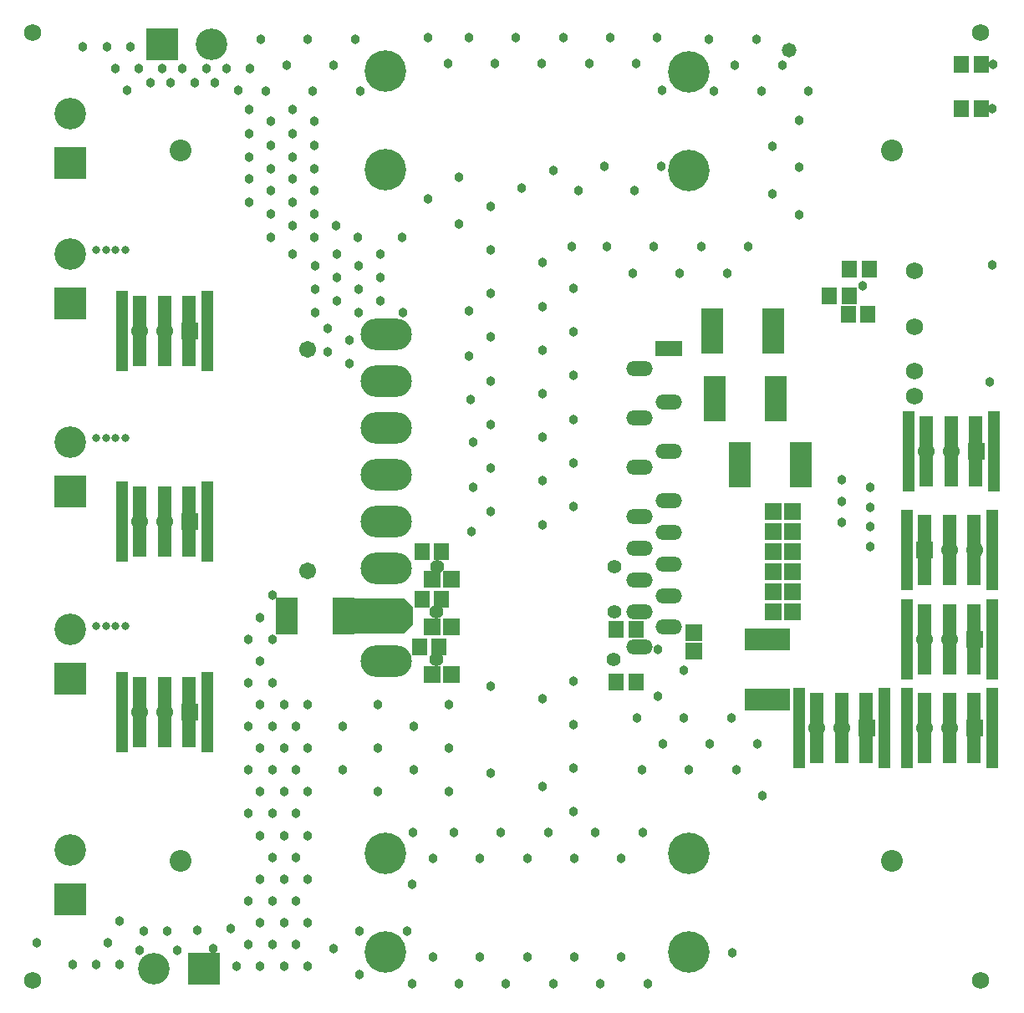
<source format=gbs>
G04 Layer_Color=16711935*
%FSLAX25Y25*%
%MOIN*%
G70*
G01*
G75*
%ADD58R,0.06706X0.07099*%
%ADD59R,0.06312X0.06706*%
%ADD60R,0.07099X0.06706*%
%ADD64R,0.08674X0.14776*%
%ADD66R,0.08871X0.17926*%
%ADD67R,0.12611X0.12611*%
%ADD68C,0.12611*%
%ADD69R,0.06706X0.06706*%
%ADD70C,0.06706*%
%ADD71R,0.12611X0.12611*%
%ADD72C,0.06800*%
%ADD73O,0.20485X0.12611*%
%ADD74O,0.10642X0.05918*%
%ADD75R,0.10642X0.05918*%
%ADD76C,0.05524*%
%ADD77C,0.16548*%
%ADD78C,0.08674*%
%ADD79C,0.03800*%
%ADD80C,0.03162*%
%ADD81C,0.05800*%
%ADD82R,0.05131X0.32296*%
%ADD83R,0.05682X0.28359*%
%ADD84R,0.17926X0.08871*%
G36*
X148181Y-225753D02*
X151381Y-228953D01*
X151381Y-236153D01*
X147781Y-239753D01*
X119781Y-239753D01*
Y-225753D01*
X148181Y-225753D01*
D02*
G37*
D58*
X166740Y-217953D02*
D03*
X159260D02*
D03*
X166740Y-236953D02*
D03*
X159260D02*
D03*
X166740Y-255953D02*
D03*
X159260D02*
D03*
X302740Y-190953D02*
D03*
X295260D02*
D03*
X302740Y-214953D02*
D03*
X295260D02*
D03*
X302740Y-198953D02*
D03*
X295260D02*
D03*
X302740Y-222953D02*
D03*
X295260D02*
D03*
X302740Y-206953D02*
D03*
X295260D02*
D03*
X302740Y-230953D02*
D03*
X295260D02*
D03*
D59*
X325063Y-112453D02*
D03*
X332937D02*
D03*
X325437Y-104953D02*
D03*
X317563D02*
D03*
X325563Y-94453D02*
D03*
X333437D02*
D03*
X378237Y-30453D02*
D03*
X370363D02*
D03*
X378237Y-12753D02*
D03*
X370363D02*
D03*
X240437Y-258953D02*
D03*
X232563D02*
D03*
X154063Y-244953D02*
D03*
X161937D02*
D03*
X155063Y-225953D02*
D03*
X162937D02*
D03*
X232563Y-237953D02*
D03*
X240437D02*
D03*
X155063Y-206953D02*
D03*
X162937D02*
D03*
D60*
X263500Y-246693D02*
D03*
Y-239213D02*
D03*
D64*
X123719Y-232753D02*
D03*
X101081D02*
D03*
D66*
X306106Y-172453D02*
D03*
X281894D02*
D03*
X271894Y-145953D02*
D03*
X296106D02*
D03*
X270894Y-118953D02*
D03*
X295106D02*
D03*
D67*
X15000Y-51842D02*
D03*
Y-345795D02*
D03*
Y-257795D02*
D03*
Y-182874D02*
D03*
Y-107953D02*
D03*
D68*
Y-32157D02*
D03*
Y-326110D02*
D03*
X48357Y-373453D02*
D03*
X15000Y-238110D02*
D03*
Y-163189D02*
D03*
Y-88268D02*
D03*
X71143Y-4753D02*
D03*
D69*
X62500Y-118953D02*
D03*
Y-194903D02*
D03*
Y-270853D02*
D03*
X332500Y-277453D02*
D03*
X375500Y-277453D02*
D03*
Y-241912D02*
D03*
X355500Y-206453D02*
D03*
X376100Y-166953D02*
D03*
D70*
X52500Y-118953D02*
D03*
X42500D02*
D03*
X52500Y-194903D02*
D03*
X42500D02*
D03*
X52500Y-270853D02*
D03*
X42500D02*
D03*
X312500Y-277453D02*
D03*
X322500D02*
D03*
X355500Y-277453D02*
D03*
X365500D02*
D03*
X355500Y-241912D02*
D03*
X365500D02*
D03*
X375500Y-206453D02*
D03*
X365500D02*
D03*
X109500Y-214753D02*
D03*
Y-126170D02*
D03*
X356100Y-166953D02*
D03*
X366100D02*
D03*
D71*
X68042Y-373453D02*
D03*
X51458Y-4753D02*
D03*
D72*
X351600Y-145012D02*
D03*
Y-135012D02*
D03*
Y-117453D02*
D03*
Y-95012D02*
D03*
X377953Y0D02*
D03*
X377953Y-377953D02*
D03*
X0Y0D02*
D03*
Y-377953D02*
D03*
D73*
X140957Y-250735D02*
D03*
Y-232113D02*
D03*
Y-213491D02*
D03*
Y-194869D02*
D03*
Y-176247D02*
D03*
Y-157624D02*
D03*
Y-139002D02*
D03*
Y-120380D02*
D03*
D74*
X253599Y-237132D02*
D03*
X241800Y-245006D02*
D03*
Y-230833D02*
D03*
Y-218235D02*
D03*
X253599Y-211935D02*
D03*
X241800Y-205636D02*
D03*
X253599Y-199337D02*
D03*
X241800Y-193038D02*
D03*
X253599Y-186739D02*
D03*
X241800Y-173353D02*
D03*
X253599Y-167053D02*
D03*
X241800Y-153668D02*
D03*
X253599Y-147369D02*
D03*
X241800Y-133983D02*
D03*
X253599Y-224534D02*
D03*
D75*
Y-126109D02*
D03*
D76*
X231653Y-249975D02*
D03*
X160787D02*
D03*
X231866Y-230953D02*
D03*
X161000D02*
D03*
X232000Y-212953D02*
D03*
X161134D02*
D03*
D77*
X140600Y-366753D02*
D03*
Y-327383D02*
D03*
X261600Y-366753D02*
D03*
Y-327383D02*
D03*
Y-54953D02*
D03*
Y-15583D02*
D03*
X140600Y-54753D02*
D03*
Y-15383D02*
D03*
D78*
X59035Y-46988D02*
D03*
X342500D02*
D03*
Y-330453D02*
D03*
X59035D02*
D03*
D79*
X322500Y-195453D02*
D03*
Y-186953D02*
D03*
Y-178453D02*
D03*
X334000Y-181453D02*
D03*
Y-189286D02*
D03*
Y-197119D02*
D03*
Y-204953D02*
D03*
X279000Y-366953D02*
D03*
X249200Y-245953D02*
D03*
Y-264753D02*
D03*
X259600Y-254353D02*
D03*
X288800Y-283553D02*
D03*
X290800Y-304353D02*
D03*
X278400Y-273153D02*
D03*
X259600D02*
D03*
X270000Y-283553D02*
D03*
X280400Y-293953D02*
D03*
X240800Y-273153D02*
D03*
X251200Y-283553D02*
D03*
X261600Y-293953D02*
D03*
X242800D02*
D03*
X276800Y-95853D02*
D03*
X20000Y-5553D02*
D03*
X32800Y-14253D02*
D03*
X29400Y-5553D02*
D03*
X38800D02*
D03*
X47000Y-19953D02*
D03*
X51600Y-14253D02*
D03*
X42200D02*
D03*
X37500Y-22953D02*
D03*
X64400Y-19953D02*
D03*
X69100Y-14253D02*
D03*
X59700D02*
D03*
X55000Y-19953D02*
D03*
X81900Y-22953D02*
D03*
X86600Y-14253D02*
D03*
X77200D02*
D03*
X72500Y-19953D02*
D03*
X117500Y-127353D02*
D03*
X126200Y-132053D02*
D03*
Y-122653D02*
D03*
X117500Y-117953D02*
D03*
X138700Y-88253D02*
D03*
Y-97653D02*
D03*
X147400Y-111753D02*
D03*
X138700Y-107053D02*
D03*
X147100Y-81753D02*
D03*
X129700D02*
D03*
X121000Y-77053D02*
D03*
X103700Y-88253D02*
D03*
X121100D02*
D03*
X112400Y-92953D02*
D03*
X129800D02*
D03*
X121100Y-97653D02*
D03*
X129800Y-102353D02*
D03*
Y-111753D02*
D03*
X121100Y-107053D02*
D03*
X112400Y-102353D02*
D03*
Y-111753D02*
D03*
X86200Y-58253D02*
D03*
X103600D02*
D03*
X94900Y-62953D02*
D03*
X112300D02*
D03*
X103600Y-67653D02*
D03*
X112300Y-72353D02*
D03*
Y-81753D02*
D03*
X103600Y-77053D02*
D03*
X94900Y-72353D02*
D03*
X86200Y-67653D02*
D03*
X94900Y-81753D02*
D03*
X86200Y-30753D02*
D03*
X103600D02*
D03*
X94900Y-35453D02*
D03*
X112300D02*
D03*
X103600Y-40153D02*
D03*
X112300Y-44853D02*
D03*
Y-54253D02*
D03*
X103600Y-49553D02*
D03*
X94900Y-44853D02*
D03*
X86200Y-40153D02*
D03*
X94900Y-54253D02*
D03*
X86200Y-49553D02*
D03*
X128400Y-2553D02*
D03*
X109600D02*
D03*
X120000Y-12953D02*
D03*
X130400Y-23353D02*
D03*
X90800Y-2553D02*
D03*
X101200Y-12953D02*
D03*
X111600Y-23353D02*
D03*
X92800D02*
D03*
X271600D02*
D03*
X290400D02*
D03*
X280000Y-12953D02*
D03*
X269600Y-2553D02*
D03*
X309200Y-23353D02*
D03*
X298800Y-12953D02*
D03*
X288400Y-2553D02*
D03*
X249000Y-2053D02*
D03*
X230200D02*
D03*
X240600Y-12453D02*
D03*
X251000Y-22853D02*
D03*
X211400Y-2053D02*
D03*
X221800Y-12453D02*
D03*
X192600Y-2053D02*
D03*
X203000Y-12453D02*
D03*
X173800Y-2053D02*
D03*
X184200Y-12453D02*
D03*
X157549Y-2053D02*
D03*
X165400Y-12453D02*
D03*
X295000Y-45353D02*
D03*
X305400Y-34953D02*
D03*
X295000Y-64153D02*
D03*
X305400Y-53753D02*
D03*
Y-72553D02*
D03*
X285200Y-85453D02*
D03*
X215000D02*
D03*
X266400D02*
D03*
X247600D02*
D03*
X258000Y-95853D02*
D03*
X228800Y-85453D02*
D03*
X239200Y-95853D02*
D03*
X203145Y-126607D02*
D03*
X215645Y-136807D02*
D03*
Y-171607D02*
D03*
Y-154207D02*
D03*
X203145Y-161407D02*
D03*
Y-144007D02*
D03*
Y-91807D02*
D03*
X215645Y-102007D02*
D03*
X203145Y-109207D02*
D03*
X215645Y-119407D02*
D03*
X203145Y-265807D02*
D03*
X215645Y-276007D02*
D03*
Y-310807D02*
D03*
Y-293407D02*
D03*
X203145Y-300607D02*
D03*
X215645Y-258607D02*
D03*
X203145Y-178807D02*
D03*
X215645Y-189007D02*
D03*
X203145Y-196207D02*
D03*
X159500Y-329383D02*
D03*
X151649Y-318983D02*
D03*
X178300Y-329383D02*
D03*
X167900Y-318983D02*
D03*
X197100Y-329383D02*
D03*
X186700Y-318983D02*
D03*
X215900Y-329383D02*
D03*
X205500Y-318983D02*
D03*
X234700Y-329383D02*
D03*
X224300Y-318983D02*
D03*
X243100D02*
D03*
X151100Y-339783D02*
D03*
Y-379153D02*
D03*
X234700Y-368753D02*
D03*
X245100Y-379153D02*
D03*
X215900Y-368753D02*
D03*
X226300Y-379153D02*
D03*
X197100Y-368753D02*
D03*
X207500Y-379153D02*
D03*
X178300Y-368753D02*
D03*
X188700Y-379153D02*
D03*
X149100Y-358353D02*
D03*
X159500Y-368753D02*
D03*
X169900Y-379153D02*
D03*
X130300Y-375753D02*
D03*
Y-358353D02*
D03*
X119900Y-365353D02*
D03*
X250400Y-53353D02*
D03*
X240000Y-62953D02*
D03*
X227900Y-53353D02*
D03*
X217500Y-62953D02*
D03*
X207500Y-54853D02*
D03*
X195000Y-62053D02*
D03*
X157500Y-66253D02*
D03*
X170000Y-57753D02*
D03*
X174000Y-128953D02*
D03*
X182500Y-121453D02*
D03*
X174000Y-110953D02*
D03*
X182500Y-69253D02*
D03*
Y-104053D02*
D03*
Y-86653D02*
D03*
X170000Y-76453D02*
D03*
X182500Y-191053D02*
D03*
X175500Y-181453D02*
D03*
X182500Y-138853D02*
D03*
Y-173653D02*
D03*
Y-156253D02*
D03*
X175500Y-163453D02*
D03*
X174550Y-146453D02*
D03*
X175000Y-198953D02*
D03*
X182500Y-260653D02*
D03*
Y-295453D02*
D03*
X165900Y-285353D02*
D03*
X151800Y-294053D02*
D03*
X165900Y-267953D02*
D03*
X151800Y-276653D02*
D03*
X165900Y-302753D02*
D03*
X137700Y-285353D02*
D03*
X123600Y-294053D02*
D03*
X137700Y-267953D02*
D03*
X123600Y-276653D02*
D03*
X137700Y-302753D02*
D03*
X1700Y-362953D02*
D03*
X25200Y-371653D02*
D03*
X15800D02*
D03*
X29900Y-362953D02*
D03*
X34600Y-371653D02*
D03*
Y-354253D02*
D03*
X42500Y-365953D02*
D03*
X44100Y-358453D02*
D03*
X53500D02*
D03*
X57500Y-365953D02*
D03*
X65500Y-357953D02*
D03*
X72000Y-365453D02*
D03*
X81300Y-372353D02*
D03*
X79000Y-357453D02*
D03*
X90700Y-372353D02*
D03*
X100100D02*
D03*
X109500D02*
D03*
X86000Y-363653D02*
D03*
Y-346253D02*
D03*
X90700Y-354953D02*
D03*
Y-337553D02*
D03*
X95400Y-346253D02*
D03*
X100100Y-337553D02*
D03*
X109500D02*
D03*
X104800Y-346253D02*
D03*
X100100Y-354953D02*
D03*
X95400Y-363653D02*
D03*
X109500Y-354953D02*
D03*
X104800Y-363653D02*
D03*
X86000Y-311453D02*
D03*
X90700Y-320153D02*
D03*
Y-302753D02*
D03*
X95400Y-311453D02*
D03*
X100100Y-302753D02*
D03*
X109500D02*
D03*
X104800Y-311453D02*
D03*
X100100Y-320153D02*
D03*
X95400Y-328853D02*
D03*
X109500Y-320153D02*
D03*
X104800Y-328853D02*
D03*
Y-294053D02*
D03*
X109500Y-285353D02*
D03*
X95400Y-294053D02*
D03*
X100100Y-285353D02*
D03*
X104800Y-276653D02*
D03*
X109500Y-267953D02*
D03*
X95400Y-224453D02*
D03*
X90700Y-233153D02*
D03*
X86000Y-241853D02*
D03*
X95400D02*
D03*
X90700Y-250553D02*
D03*
X95400Y-259253D02*
D03*
X100100Y-267953D02*
D03*
X95400Y-276653D02*
D03*
X90700Y-267953D02*
D03*
X86000Y-259253D02*
D03*
X90700Y-285353D02*
D03*
X86000Y-276653D02*
D03*
Y-294053D02*
D03*
X382806Y-12553D02*
D03*
X382700Y-30453D02*
D03*
X382500Y-92553D02*
D03*
X381600Y-139453D02*
D03*
X331000Y-100953D02*
D03*
D80*
X29100Y-236480D02*
D03*
X25200D02*
D03*
X33000D02*
D03*
X36900D02*
D03*
X29100Y-161559D02*
D03*
X25200D02*
D03*
X33000D02*
D03*
X36900D02*
D03*
Y-86638D02*
D03*
X33000D02*
D03*
X25200D02*
D03*
X29100D02*
D03*
D81*
X301484Y-6937D02*
D03*
D82*
X69449Y-118953D02*
D03*
X35551D02*
D03*
X69449Y-194903D02*
D03*
X35551D02*
D03*
X69449Y-270853D02*
D03*
X35551D02*
D03*
X305551Y-277453D02*
D03*
X339449D02*
D03*
X348551Y-277453D02*
D03*
X382449D02*
D03*
X348551Y-241912D02*
D03*
X382449D02*
D03*
X382449Y-206453D02*
D03*
X348551D02*
D03*
X349151Y-166953D02*
D03*
X383049D02*
D03*
D83*
X42658Y-118953D02*
D03*
X62343D02*
D03*
X52500D02*
D03*
X42658Y-194903D02*
D03*
X62343D02*
D03*
X52500D02*
D03*
X42658Y-270853D02*
D03*
X62343D02*
D03*
X52500D02*
D03*
X322500Y-277453D02*
D03*
X332343D02*
D03*
X312657D02*
D03*
X365500Y-277453D02*
D03*
X375342D02*
D03*
X355657D02*
D03*
X365500Y-241912D02*
D03*
X375342D02*
D03*
X355657D02*
D03*
X365500Y-206453D02*
D03*
X355658D02*
D03*
X375342D02*
D03*
X366100Y-166953D02*
D03*
X375942D02*
D03*
X356258D02*
D03*
D84*
X293000Y-241846D02*
D03*
Y-266059D02*
D03*
M02*

</source>
